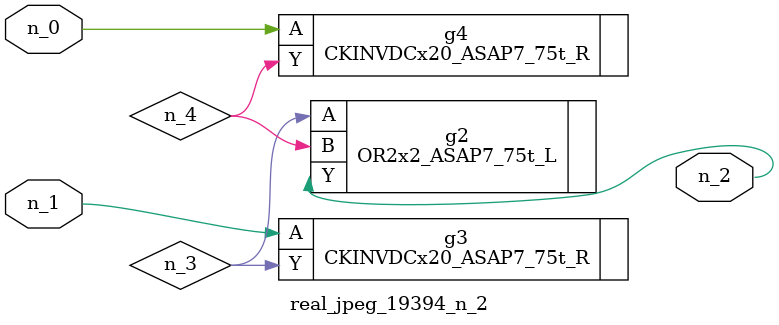
<source format=v>
module real_jpeg_19394_n_2 (n_1, n_0, n_2);

input n_1;
input n_0;

output n_2;

wire n_4;
wire n_3;

CKINVDCx20_ASAP7_75t_R g4 ( 
.A(n_0),
.Y(n_4)
);

CKINVDCx20_ASAP7_75t_R g3 ( 
.A(n_1),
.Y(n_3)
);

OR2x2_ASAP7_75t_L g2 ( 
.A(n_3),
.B(n_4),
.Y(n_2)
);


endmodule
</source>
